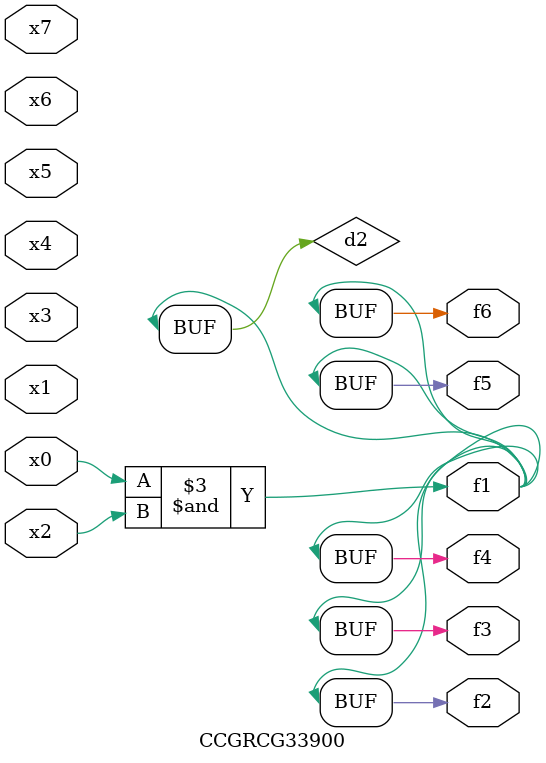
<source format=v>
module CCGRCG33900(
	input x0, x1, x2, x3, x4, x5, x6, x7,
	output f1, f2, f3, f4, f5, f6
);

	wire d1, d2;

	nor (d1, x3, x6);
	and (d2, x0, x2);
	assign f1 = d2;
	assign f2 = d2;
	assign f3 = d2;
	assign f4 = d2;
	assign f5 = d2;
	assign f6 = d2;
endmodule

</source>
